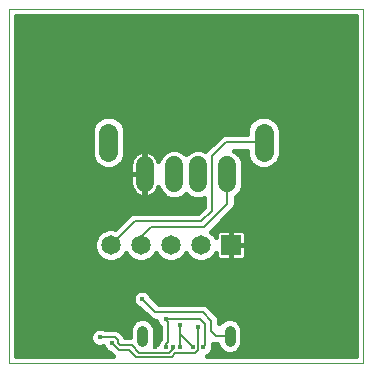
<source format=gbl>
G75*
%MOIN*%
%OFA0B0*%
%FSLAX25Y25*%
%IPPOS*%
%LPD*%
%AMOC8*
5,1,8,0,0,1.08239X$1,22.5*
%
%ADD10C,0.00000*%
%ADD11C,0.03543*%
%ADD12C,0.05906*%
%ADD13C,0.06457*%
%ADD14R,0.06500X0.06500*%
%ADD15C,0.06500*%
%ADD16C,0.01600*%
%ADD17C,0.01575*%
%ADD18C,0.00600*%
%ADD19C,0.00800*%
D10*
X0032280Y0051256D02*
X0032280Y0169366D01*
X0150390Y0169366D01*
X0150390Y0051256D01*
X0032280Y0051256D01*
D11*
X0076768Y0058539D02*
X0076768Y0062083D01*
X0105902Y0062083D02*
X0105902Y0058539D01*
D12*
X0105115Y0111295D02*
X0105115Y0117201D01*
X0095272Y0117201D02*
X0095272Y0111295D01*
X0087398Y0111295D02*
X0087398Y0117201D01*
X0077556Y0117201D02*
X0077556Y0111295D01*
D13*
X0065469Y0121650D02*
X0065469Y0128106D01*
X0117201Y0128106D02*
X0117201Y0121650D01*
D14*
X0106296Y0090626D03*
D15*
X0096296Y0090626D03*
X0086296Y0090626D03*
X0076296Y0090626D03*
X0066296Y0090626D03*
D16*
X0070083Y0086423D02*
X0072508Y0086423D01*
X0073095Y0085836D02*
X0071506Y0087426D01*
X0071296Y0087933D01*
X0071086Y0087426D01*
X0069496Y0085836D01*
X0067420Y0084976D01*
X0065172Y0084976D01*
X0063095Y0085836D01*
X0061506Y0087426D01*
X0060646Y0089502D01*
X0060646Y0091750D01*
X0061506Y0093826D01*
X0063095Y0095416D01*
X0065172Y0096276D01*
X0067420Y0096276D01*
X0067820Y0096110D01*
X0072584Y0100874D01*
X0073613Y0101300D01*
X0095294Y0101300D01*
X0097197Y0103203D01*
X0097197Y0106299D01*
X0096337Y0105943D01*
X0094208Y0105943D01*
X0092240Y0106757D01*
X0091335Y0107662D01*
X0090430Y0106757D01*
X0088463Y0105943D01*
X0086334Y0105943D01*
X0084366Y0106757D01*
X0082860Y0108263D01*
X0082136Y0110012D01*
X0081960Y0109471D01*
X0081621Y0108804D01*
X0081181Y0108199D01*
X0080652Y0107670D01*
X0080047Y0107230D01*
X0079380Y0106891D01*
X0078669Y0106660D01*
X0077930Y0106543D01*
X0077661Y0106543D01*
X0077661Y0114142D01*
X0077450Y0114142D01*
X0077450Y0106543D01*
X0077182Y0106543D01*
X0076443Y0106660D01*
X0075731Y0106891D01*
X0075065Y0107230D01*
X0074460Y0107670D01*
X0073931Y0108199D01*
X0073491Y0108804D01*
X0073151Y0109471D01*
X0072920Y0110182D01*
X0072803Y0110921D01*
X0072803Y0114142D01*
X0077450Y0114142D01*
X0077450Y0114354D01*
X0077450Y0121954D01*
X0077182Y0121954D01*
X0076443Y0121837D01*
X0075731Y0121605D01*
X0075065Y0121266D01*
X0074460Y0120826D01*
X0073931Y0120297D01*
X0073491Y0119692D01*
X0073151Y0119025D01*
X0072920Y0118314D01*
X0072803Y0117575D01*
X0072803Y0114354D01*
X0077450Y0114354D01*
X0077661Y0114354D01*
X0077661Y0121954D01*
X0077930Y0121954D01*
X0078669Y0121837D01*
X0079380Y0121605D01*
X0080047Y0121266D01*
X0080652Y0120826D01*
X0081181Y0120297D01*
X0081621Y0119692D01*
X0081960Y0119025D01*
X0082136Y0118484D01*
X0082860Y0120233D01*
X0084366Y0121739D01*
X0086334Y0122554D01*
X0088463Y0122554D01*
X0090430Y0121739D01*
X0091335Y0120834D01*
X0092240Y0121739D01*
X0094208Y0122554D01*
X0096337Y0122554D01*
X0097822Y0121938D01*
X0102347Y0126464D01*
X0103135Y0127252D01*
X0104164Y0127678D01*
X0111573Y0127678D01*
X0111573Y0129226D01*
X0112430Y0131295D01*
X0114013Y0132878D01*
X0116082Y0133735D01*
X0118321Y0133735D01*
X0120390Y0132878D01*
X0121973Y0131295D01*
X0122830Y0129226D01*
X0122830Y0120530D01*
X0121973Y0118461D01*
X0120390Y0116878D01*
X0118321Y0116021D01*
X0116082Y0116021D01*
X0114013Y0116878D01*
X0112430Y0118461D01*
X0111573Y0120530D01*
X0111573Y0122078D01*
X0107328Y0122078D01*
X0108147Y0121739D01*
X0109653Y0120233D01*
X0110468Y0118266D01*
X0110468Y0110231D01*
X0109653Y0108263D01*
X0108147Y0106757D01*
X0107915Y0106661D01*
X0107915Y0103849D01*
X0107489Y0102819D01*
X0099791Y0095122D01*
X0101086Y0093826D01*
X0101246Y0093440D01*
X0101246Y0094113D01*
X0101369Y0094571D01*
X0101606Y0094981D01*
X0101941Y0095316D01*
X0102351Y0095553D01*
X0102809Y0095676D01*
X0106221Y0095676D01*
X0106221Y0090701D01*
X0106371Y0090701D01*
X0111346Y0090701D01*
X0111346Y0094113D01*
X0111223Y0094571D01*
X0110986Y0094981D01*
X0110651Y0095316D01*
X0110241Y0095553D01*
X0109783Y0095676D01*
X0106371Y0095676D01*
X0106371Y0090701D01*
X0106371Y0090551D01*
X0111346Y0090551D01*
X0111346Y0087139D01*
X0111223Y0086681D01*
X0110986Y0086271D01*
X0110651Y0085936D01*
X0110241Y0085699D01*
X0109783Y0085576D01*
X0106371Y0085576D01*
X0106371Y0090551D01*
X0106221Y0090551D01*
X0106221Y0085576D01*
X0102809Y0085576D01*
X0102351Y0085699D01*
X0101941Y0085936D01*
X0101606Y0086271D01*
X0101369Y0086681D01*
X0101246Y0087139D01*
X0101246Y0087812D01*
X0101086Y0087426D01*
X0099496Y0085836D01*
X0097420Y0084976D01*
X0095172Y0084976D01*
X0093095Y0085836D01*
X0091506Y0087426D01*
X0091296Y0087933D01*
X0091086Y0087426D01*
X0089496Y0085836D01*
X0087420Y0084976D01*
X0085172Y0084976D01*
X0083095Y0085836D01*
X0081506Y0087426D01*
X0081296Y0087933D01*
X0081086Y0087426D01*
X0079496Y0085836D01*
X0077420Y0084976D01*
X0075172Y0084976D01*
X0073095Y0085836D01*
X0080083Y0086423D02*
X0082508Y0086423D01*
X0090083Y0086423D02*
X0092508Y0086423D01*
X0100083Y0086423D02*
X0101518Y0086423D01*
X0106221Y0086423D02*
X0106371Y0086423D01*
X0106371Y0088022D02*
X0106221Y0088022D01*
X0106221Y0089620D02*
X0106371Y0089620D01*
X0106371Y0091219D02*
X0106221Y0091219D01*
X0106221Y0092817D02*
X0106371Y0092817D01*
X0106371Y0094416D02*
X0106221Y0094416D01*
X0102282Y0097613D02*
X0147990Y0097613D01*
X0147990Y0099211D02*
X0103880Y0099211D01*
X0105479Y0100810D02*
X0147990Y0100810D01*
X0147990Y0102408D02*
X0107077Y0102408D01*
X0107915Y0104007D02*
X0147990Y0104007D01*
X0147990Y0105605D02*
X0107915Y0105605D01*
X0108593Y0107204D02*
X0147990Y0107204D01*
X0147990Y0108802D02*
X0109876Y0108802D01*
X0110468Y0110401D02*
X0147990Y0110401D01*
X0147990Y0111999D02*
X0110468Y0111999D01*
X0110468Y0113598D02*
X0147990Y0113598D01*
X0147990Y0115196D02*
X0110468Y0115196D01*
X0110468Y0116795D02*
X0114214Y0116795D01*
X0112498Y0118393D02*
X0110415Y0118393D01*
X0109752Y0119992D02*
X0111796Y0119992D01*
X0111573Y0121590D02*
X0108295Y0121590D01*
X0102269Y0126386D02*
X0071097Y0126386D01*
X0071097Y0127984D02*
X0111573Y0127984D01*
X0111721Y0129583D02*
X0070950Y0129583D01*
X0071097Y0129226D02*
X0070241Y0131295D01*
X0068657Y0132878D01*
X0066589Y0133735D01*
X0064350Y0133735D01*
X0062281Y0132878D01*
X0060698Y0131295D01*
X0059841Y0129226D01*
X0059841Y0120530D01*
X0060698Y0118461D01*
X0062281Y0116878D01*
X0064350Y0116021D01*
X0066589Y0116021D01*
X0068657Y0116878D01*
X0070241Y0118461D01*
X0071097Y0120530D01*
X0071097Y0129226D01*
X0070287Y0131181D02*
X0112383Y0131181D01*
X0113915Y0132780D02*
X0068755Y0132780D01*
X0062183Y0132780D02*
X0034680Y0132780D01*
X0034680Y0134378D02*
X0147990Y0134378D01*
X0147990Y0132780D02*
X0120487Y0132780D01*
X0122020Y0131181D02*
X0147990Y0131181D01*
X0147990Y0129583D02*
X0122682Y0129583D01*
X0122830Y0127984D02*
X0147990Y0127984D01*
X0147990Y0126386D02*
X0122830Y0126386D01*
X0122830Y0124787D02*
X0147990Y0124787D01*
X0147990Y0123189D02*
X0122830Y0123189D01*
X0122830Y0121590D02*
X0147990Y0121590D01*
X0147990Y0119992D02*
X0122607Y0119992D01*
X0121905Y0118393D02*
X0147990Y0118393D01*
X0147990Y0116795D02*
X0120189Y0116795D01*
X0100671Y0124787D02*
X0071097Y0124787D01*
X0071097Y0123189D02*
X0099072Y0123189D01*
X0092092Y0121590D02*
X0090579Y0121590D01*
X0084218Y0121590D02*
X0079409Y0121590D01*
X0077661Y0121590D02*
X0077450Y0121590D01*
X0077450Y0119992D02*
X0077661Y0119992D01*
X0077661Y0118393D02*
X0077450Y0118393D01*
X0077450Y0116795D02*
X0077661Y0116795D01*
X0077661Y0115196D02*
X0077450Y0115196D01*
X0077450Y0113598D02*
X0077661Y0113598D01*
X0077661Y0111999D02*
X0077450Y0111999D01*
X0077450Y0110401D02*
X0077661Y0110401D01*
X0077661Y0108802D02*
X0077450Y0108802D01*
X0077450Y0107204D02*
X0077661Y0107204D01*
X0075117Y0107204D02*
X0034680Y0107204D01*
X0034680Y0108802D02*
X0073492Y0108802D01*
X0072885Y0110401D02*
X0034680Y0110401D01*
X0034680Y0111999D02*
X0072803Y0111999D01*
X0072803Y0113598D02*
X0034680Y0113598D01*
X0034680Y0115196D02*
X0072803Y0115196D01*
X0072803Y0116795D02*
X0068456Y0116795D01*
X0070173Y0118393D02*
X0072946Y0118393D01*
X0073709Y0119992D02*
X0070875Y0119992D01*
X0071097Y0121590D02*
X0075702Y0121590D01*
X0081403Y0119992D02*
X0082761Y0119992D01*
X0082637Y0108802D02*
X0081619Y0108802D01*
X0079995Y0107204D02*
X0083920Y0107204D01*
X0090877Y0107204D02*
X0091794Y0107204D01*
X0096402Y0102408D02*
X0034680Y0102408D01*
X0034680Y0100810D02*
X0072520Y0100810D01*
X0070921Y0099211D02*
X0034680Y0099211D01*
X0034680Y0097613D02*
X0069323Y0097613D01*
X0064540Y0096014D02*
X0034680Y0096014D01*
X0034680Y0094416D02*
X0062095Y0094416D01*
X0061088Y0092817D02*
X0034680Y0092817D01*
X0034680Y0091219D02*
X0060646Y0091219D01*
X0060646Y0089620D02*
X0034680Y0089620D01*
X0034680Y0088022D02*
X0061259Y0088022D01*
X0062508Y0086423D02*
X0034680Y0086423D01*
X0034680Y0084825D02*
X0147990Y0084825D01*
X0147990Y0086423D02*
X0111074Y0086423D01*
X0111346Y0088022D02*
X0147990Y0088022D01*
X0147990Y0089620D02*
X0111346Y0089620D01*
X0111346Y0091219D02*
X0147990Y0091219D01*
X0147990Y0092817D02*
X0111346Y0092817D01*
X0111265Y0094416D02*
X0147990Y0094416D01*
X0147990Y0096014D02*
X0100683Y0096014D01*
X0100496Y0094416D02*
X0101327Y0094416D01*
X0097197Y0104007D02*
X0034680Y0104007D01*
X0034680Y0105605D02*
X0097197Y0105605D01*
X0078574Y0075218D02*
X0077402Y0075703D01*
X0076134Y0075703D01*
X0074963Y0075218D01*
X0074066Y0074321D01*
X0073581Y0073150D01*
X0073581Y0071882D01*
X0074066Y0070710D01*
X0074963Y0069814D01*
X0075898Y0069426D01*
X0079513Y0065811D01*
X0080542Y0065385D01*
X0081455Y0065385D01*
X0081455Y0065189D01*
X0081940Y0064017D01*
X0082730Y0063228D01*
X0082730Y0059461D01*
X0082353Y0059085D01*
X0082145Y0058581D01*
X0081940Y0058376D01*
X0081577Y0057499D01*
X0080853Y0057499D01*
X0080940Y0057710D01*
X0080940Y0062912D01*
X0080305Y0064446D01*
X0079131Y0065619D01*
X0077598Y0066254D01*
X0075939Y0066254D01*
X0074405Y0065619D01*
X0073232Y0064446D01*
X0072597Y0062912D01*
X0072597Y0059861D01*
X0071120Y0059861D01*
X0070790Y0060659D01*
X0070002Y0061447D01*
X0069243Y0062206D01*
X0068250Y0062617D01*
X0064403Y0062617D01*
X0064401Y0062619D01*
X0063229Y0063105D01*
X0061961Y0063105D01*
X0060790Y0062619D01*
X0059893Y0061723D01*
X0059408Y0060551D01*
X0059408Y0059283D01*
X0059893Y0058112D01*
X0060790Y0057215D01*
X0061961Y0056730D01*
X0063229Y0056730D01*
X0063535Y0056856D01*
X0063830Y0056143D01*
X0064727Y0055247D01*
X0065898Y0054761D01*
X0065901Y0054761D01*
X0066605Y0054057D01*
X0067007Y0053656D01*
X0034680Y0053656D01*
X0034680Y0166966D01*
X0147990Y0166966D01*
X0147990Y0053656D01*
X0098336Y0053656D01*
X0098849Y0053869D01*
X0099746Y0054765D01*
X0100231Y0055937D01*
X0100231Y0056114D01*
X0100434Y0056604D01*
X0100434Y0057588D01*
X0100621Y0057511D01*
X0101813Y0057511D01*
X0102366Y0056176D01*
X0103539Y0055003D01*
X0105072Y0054368D01*
X0106732Y0054368D01*
X0108265Y0055003D01*
X0109439Y0056176D01*
X0110074Y0057710D01*
X0110074Y0062912D01*
X0109439Y0064446D01*
X0108265Y0065619D01*
X0106732Y0066254D01*
X0105072Y0066254D01*
X0103539Y0065619D01*
X0102403Y0064483D01*
X0102403Y0065986D01*
X0101977Y0067015D01*
X0099221Y0069771D01*
X0098433Y0070559D01*
X0097404Y0070985D01*
X0082259Y0070985D01*
X0079858Y0073386D01*
X0079471Y0074321D01*
X0078574Y0075218D01*
X0078536Y0075234D02*
X0147990Y0075234D01*
X0147990Y0076832D02*
X0034680Y0076832D01*
X0034680Y0075234D02*
X0075001Y0075234D01*
X0073782Y0073635D02*
X0034680Y0073635D01*
X0034680Y0072037D02*
X0073581Y0072037D01*
X0074338Y0070438D02*
X0034680Y0070438D01*
X0034680Y0068840D02*
X0076485Y0068840D01*
X0078083Y0067241D02*
X0034680Y0067241D01*
X0034680Y0065643D02*
X0074462Y0065643D01*
X0073065Y0064044D02*
X0034680Y0064044D01*
X0034680Y0062445D02*
X0060616Y0062445D01*
X0059530Y0060847D02*
X0034680Y0060847D01*
X0034680Y0059248D02*
X0059422Y0059248D01*
X0060355Y0057650D02*
X0034680Y0057650D01*
X0034680Y0056051D02*
X0063922Y0056051D01*
X0066210Y0054453D02*
X0034680Y0054453D01*
X0034680Y0078431D02*
X0147990Y0078431D01*
X0147990Y0080029D02*
X0034680Y0080029D01*
X0034680Y0081628D02*
X0147990Y0081628D01*
X0147990Y0083226D02*
X0034680Y0083226D01*
X0034680Y0116795D02*
X0062482Y0116795D01*
X0060766Y0118393D02*
X0034680Y0118393D01*
X0034680Y0119992D02*
X0060064Y0119992D01*
X0059841Y0121590D02*
X0034680Y0121590D01*
X0034680Y0123189D02*
X0059841Y0123189D01*
X0059841Y0124787D02*
X0034680Y0124787D01*
X0034680Y0126386D02*
X0059841Y0126386D01*
X0059841Y0127984D02*
X0034680Y0127984D01*
X0034680Y0129583D02*
X0059989Y0129583D01*
X0060651Y0131181D02*
X0034680Y0131181D01*
X0034680Y0135977D02*
X0147990Y0135977D01*
X0147990Y0137576D02*
X0034680Y0137576D01*
X0034680Y0139174D02*
X0147990Y0139174D01*
X0147990Y0140773D02*
X0034680Y0140773D01*
X0034680Y0142371D02*
X0147990Y0142371D01*
X0147990Y0143970D02*
X0034680Y0143970D01*
X0034680Y0145568D02*
X0147990Y0145568D01*
X0147990Y0147167D02*
X0034680Y0147167D01*
X0034680Y0148765D02*
X0147990Y0148765D01*
X0147990Y0150364D02*
X0034680Y0150364D01*
X0034680Y0151962D02*
X0147990Y0151962D01*
X0147990Y0153561D02*
X0034680Y0153561D01*
X0034680Y0155159D02*
X0147990Y0155159D01*
X0147990Y0156758D02*
X0034680Y0156758D01*
X0034680Y0158356D02*
X0147990Y0158356D01*
X0147990Y0159955D02*
X0034680Y0159955D01*
X0034680Y0161553D02*
X0147990Y0161553D01*
X0147990Y0163152D02*
X0034680Y0163152D01*
X0034680Y0164750D02*
X0147990Y0164750D01*
X0147990Y0166349D02*
X0034680Y0166349D01*
X0079755Y0073635D02*
X0147990Y0073635D01*
X0147990Y0072037D02*
X0081207Y0072037D01*
X0079921Y0065643D02*
X0079075Y0065643D01*
X0080471Y0064044D02*
X0081929Y0064044D01*
X0082730Y0062445D02*
X0080940Y0062445D01*
X0080940Y0060847D02*
X0082730Y0060847D01*
X0082517Y0059248D02*
X0080940Y0059248D01*
X0080915Y0057650D02*
X0081639Y0057650D01*
X0072597Y0060847D02*
X0070602Y0060847D01*
X0068665Y0062445D02*
X0072597Y0062445D01*
X0098554Y0070438D02*
X0147990Y0070438D01*
X0147990Y0068840D02*
X0100152Y0068840D01*
X0101751Y0067241D02*
X0147990Y0067241D01*
X0147990Y0065643D02*
X0108209Y0065643D01*
X0109605Y0064044D02*
X0147990Y0064044D01*
X0147990Y0062445D02*
X0110074Y0062445D01*
X0110074Y0060847D02*
X0147990Y0060847D01*
X0147990Y0059248D02*
X0110074Y0059248D01*
X0110049Y0057650D02*
X0147990Y0057650D01*
X0147990Y0056051D02*
X0109314Y0056051D01*
X0106938Y0054453D02*
X0147990Y0054453D01*
X0104867Y0054453D02*
X0099434Y0054453D01*
X0100231Y0056051D02*
X0102491Y0056051D01*
X0102403Y0065643D02*
X0103595Y0065643D01*
D17*
X0101572Y0056571D03*
X0097044Y0056571D03*
X0093501Y0056571D03*
X0089170Y0056571D03*
X0087005Y0056571D03*
X0084642Y0056571D03*
X0081099Y0056571D03*
X0081886Y0063657D03*
X0084642Y0065823D03*
X0089170Y0063854D03*
X0095272Y0063461D03*
X0076768Y0072516D03*
X0066532Y0057949D03*
X0062595Y0059917D03*
D18*
X0067713Y0059917D01*
X0068501Y0059130D01*
X0068501Y0057949D01*
X0069288Y0057161D01*
X0073225Y0057161D01*
X0075587Y0054799D01*
X0085823Y0054799D01*
X0087005Y0055980D01*
X0087005Y0056571D01*
X0087792Y0054602D02*
X0094288Y0054602D01*
X0095272Y0055587D01*
X0095272Y0063461D01*
X0089170Y0063854D02*
X0089170Y0060902D01*
X0093501Y0056571D01*
X0089170Y0056571D02*
X0089170Y0060902D01*
X0085430Y0058343D02*
X0085430Y0065035D01*
X0084642Y0065823D01*
X0085430Y0058343D02*
X0084642Y0057555D01*
X0084642Y0056571D01*
X0086611Y0053421D02*
X0087792Y0054602D01*
X0086611Y0053421D02*
X0074603Y0053421D01*
X0072438Y0055587D01*
X0068894Y0055587D01*
X0066532Y0057949D01*
D19*
X0081099Y0068185D02*
X0076768Y0072516D01*
X0081099Y0068185D02*
X0096847Y0068185D01*
X0099603Y0065429D01*
X0099603Y0061886D01*
X0101178Y0060311D01*
X0105902Y0060311D01*
X0097635Y0057161D02*
X0097635Y0064248D01*
X0096060Y0065823D01*
X0084642Y0065823D01*
X0097044Y0056571D02*
X0097635Y0057161D01*
X0076296Y0090626D02*
X0076296Y0093303D01*
X0079524Y0096531D01*
X0097241Y0096531D01*
X0105115Y0104406D01*
X0105115Y0114248D01*
X0099997Y0120154D02*
X0104721Y0124878D01*
X0117201Y0124878D01*
X0099997Y0120154D02*
X0099997Y0102043D01*
X0096453Y0098500D01*
X0074170Y0098500D01*
X0066296Y0090626D01*
M02*

</source>
